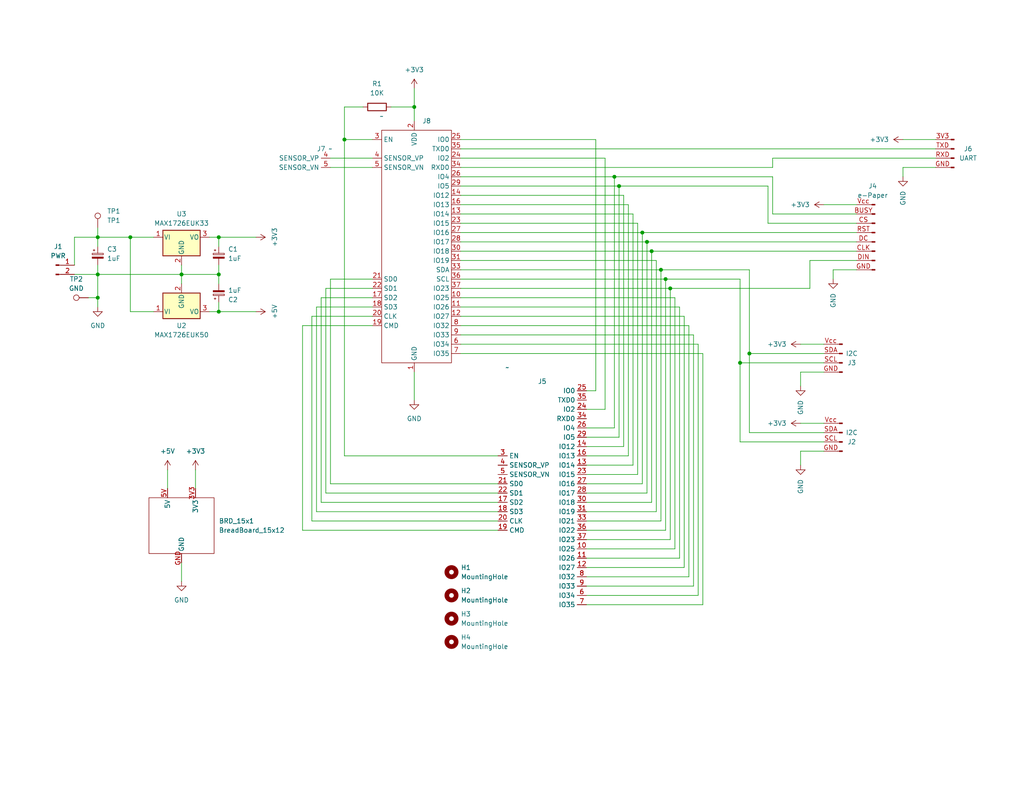
<source format=kicad_sch>
(kicad_sch (version 20230121) (generator eeschema)
  (paper "USLetter")
  (title_block (title "ESP32-WROOM-32D Automation Board") (date "2024-01-15") (company "CEGEP Heritage College") (comment 1 "Alexander Bobkov"))
  (lib_symbols
    (symbol "Alexander_Library_Symbols:Conn_I2C_01x04" (pin_names (offset 1.016) hide)
      (property "Reference" "J" (at 0 5.08 0))
      (property "Value" "I2C" (at 0 -7.62 0))
      (symbol "Conn_I2C_01x04_1_1"
        (polyline (pts (xy 1.27 -5.08) (xy 0.8636 -5.08)) (stroke (width 0.1524)))
        (polyline (pts (xy 1.27 -2.54) (xy 0.8636 -2.54)) (stroke (width 0.1524)))
        (polyline (pts (xy 1.27 0) (xy 0.8636 0)) (stroke (width 0.1524)))
        (polyline (pts (xy 1.27 2.54) (xy 0.8636 2.54)) (stroke (width 0.1524)))
        (rectangle (start 0.8636 -4.953) (end 0 -5.207) (stroke (width 0.1524)) (fill (type outline)))
        (rectangle (start 0.8636 -2.413) (end 0 -2.667) (stroke (width 0.1524)) (fill (type outline)))
        (rectangle (start 0.8636 0.127) (end 0 -0.127) (stroke (width 0.1524)) (fill (type outline)))
        (rectangle (start 0.8636 2.667) (end 0 2.413) (stroke (width 0.1524)) (fill (type outline)))
        (pin power_out line (at 5.08 -5.08 180) (length 3.81) (name "GND") (number "GND"))
        (pin bidirectional line (at 5.08 -2.54 180) (length 3.81) (name "SCL") (number "SCL"))
        (pin bidirectional line (at 5.08 0 180) (length 3.81) (name "SDA") (number "SDA"))
        (pin power_in line (at 5.08 2.54 180) (length 3.81) (name "VCC") (number "Vcc"))
      )
    )
    (symbol "Alexander_Library_Symbols:ESP32-WROOM-32D"
      (property "Reference" "J" (at 0 0 0))
      (symbol "ESP32-WROOM-32D_1_1"
        (pin bidirectional line (at 21.59 -49.53 180) (length 2.54) (name "IO25") (number "10"))
        (pin bidirectional line (at 21.59 -52.07 180) (length 2.54) (name "IO26") (number "11"))
        (pin bidirectional line (at 21.59 -54.61 180) (length 2.54) (name "IO27") (number "12"))
        (pin bidirectional line (at 21.59 -26.67 180) (length 2.54) (name "IO14") (number "13"))
        (pin bidirectional line (at 21.59 -21.59 180) (length 2.54) (name "IO12") (number "14"))
        (pin bidirectional line (at 21.59 -24.13 180) (length 2.54) (name "IO13") (number "16"))
        (pin input line (at -2.54 -36.83 0) (length 2.54) (name "SD2") (number "17"))
        (pin input line (at -2.54 -39.37 0) (length 2.54) (name "SD3") (number "18"))
        (pin input line (at -2.54 -44.45 0) (length 2.54) (name "CMD") (number "19"))
        (pin input line (at -2.54 -41.91 0) (length 2.54) (name "CLK") (number "20"))
        (pin input line (at -2.54 -31.75 0) (length 2.54) (name "SD0") (number "21"))
        (pin input line (at -2.54 -34.29 0) (length 2.54) (name "SD1") (number "22"))
        (pin bidirectional line (at 21.59 -29.21 180) (length 2.54) (name "IO15") (number "23"))
        (pin bidirectional line (at 21.59 -11.43 180) (length 2.54) (name "IO2") (number "24"))
        (pin bidirectional line (at 21.59 -6.35 180) (length 2.54) (name "IO0") (number "25"))
        (pin bidirectional line (at 21.59 -16.51 180) (length 2.54) (name "IO4") (number "26"))
        (pin bidirectional line (at 21.59 -31.75 180) (length 2.54) (name "IO16") (number "27"))
        (pin bidirectional line (at 21.59 -34.29 180) (length 2.54) (name "IO17") (number "28"))
        (pin bidirectional line (at 21.59 -19.05 180) (length 2.54) (name "IO5") (number "29"))
        (pin input line (at -2.54 -24.13 0) (length 2.54) (name "EN") (number "3"))
        (pin bidirectional line (at 21.59 -36.83 180) (length 2.54) (name "IO18") (number "30"))
        (pin bidirectional line (at 21.59 -39.37 180) (length 2.54) (name "IO19") (number "31"))
        (pin bidirectional line (at 21.59 -41.91 180) (length 2.54) (name "IO21") (number "33"))
        (pin input line (at 21.59 -13.97 180) (length 2.54) (name "RXD0") (number "34"))
        (pin output line (at 21.59 -8.89 180) (length 2.54) (name "TXD0") (number "35"))
        (pin bidirectional line (at 21.59 -44.45 180) (length 2.54) (name "IO22") (number "36"))
        (pin bidirectional line (at 21.59 -46.99 180) (length 2.54) (name "IO23") (number "37"))
        (pin input line (at -2.54 -26.67 0) (length 2.54) (name "SENSOR_VP") (number "4"))
        (pin input line (at -2.54 -29.21 0) (length 2.54) (name "SENSOR_VN") (number "5"))
        (pin bidirectional line (at 21.59 -62.23 180) (length 2.54) (name "IO34") (number "6"))
        (pin bidirectional line (at 21.59 -64.77 180) (length 2.54) (name "IO35") (number "7"))
        (pin bidirectional line (at 21.59 -57.15 180) (length 2.54) (name "IO32") (number "8"))
        (pin bidirectional line (at 21.59 -59.69 180) (length 2.54) (name "IO33") (number "9"))
      )
    )
    (symbol "Alexander_Library_Symbols:ESP32-WROOM-32D-SOCKET"
      (property "Reference" "J" (at 0 0 0))
      (symbol "ESP32-WROOM-32D-SOCKET_0_1"
        (rectangle (start 0 -3.81) (end 19.05 -67.31))
      )
      (symbol "ESP32-WROOM-32D-SOCKET_1_1"
        (pin power_out line (at 8.89 -69.85 90) (length 2.54) (name "GND") (number "1"))
        (pin bidirectional line (at 21.59 -49.53 180) (length 2.54) (name "IO25") (number "10"))
        (pin bidirectional line (at 21.59 -52.07 180) (length 2.54) (name "IO26") (number "11"))
        (pin bidirectional line (at 21.59 -54.61 180) (length 2.54) (name "IO27") (number "12"))
        (pin bidirectional line (at 21.59 -26.67 180) (length 2.54) (name "IO14") (number "13"))
        (pin bidirectional line (at 21.59 -21.59 180) (length 2.54) (name "IO12") (number "14"))
        (pin bidirectional line (at 21.59 -24.13 180) (length 2.54) (name "IO13") (number "16"))
        (pin input line (at -2.54 -49.53 0) (length 2.54) (name "SD2") (number "17"))
        (pin input line (at -2.54 -52.07 0) (length 2.54) (name "SD3") (number "18"))
        (pin input line (at -2.54 -57.15 0) (length 2.54) (name "CMD") (number "19"))
        (pin power_in line (at 8.89 -1.27 270) (length 2.54) (name "VDD") (number "2"))
        (pin input line (at -2.54 -54.61 0) (length 2.54) (name "CLK") (number "20"))
        (pin input line (at -2.54 -44.45 0) (length 2.54) (name "SD0") (number "21"))
        (pin input line (at -2.54 -46.99 0) (length 2.54) (name "SD1") (number "22"))
        (pin bidirectional line (at 21.59 -29.21 180) (length 2.54) (name "IO15") (number "23"))
        (pin bidirectional line (at 21.59 -11.43 180) (length 2.54) (name "IO2") (number "24"))
        (pin bidirectional line (at 21.59 -6.35 180) (length 2.54) (name "IO0") (number "25"))
        (pin bidirectional line (at 21.59 -16.51 180) (length 2.54) (name "IO4") (number "26"))
        (pin bidirectional line (at 21.59 -31.75 180) (length 2.54) (name "IO16") (number "27"))
        (pin bidirectional line (at 21.59 -34.29 180) (length 2.54) (name "IO17") (number "28"))
        (pin bidirectional line (at 21.59 -19.05 180) (length 2.54) (name "IO5") (number "29"))
        (pin input line (at -2.54 -6.35 0) (length 2.54) (name "EN") (number "3"))
        (pin bidirectional line (at 21.59 -36.83 180) (length 2.54) (name "IO18") (number "30"))
        (pin bidirectional line (at 21.59 -39.37 180) (length 2.54) (name "IO19") (number "31"))
        (pin bidirectional line (at 21.59 -41.91 180) (length 2.54) (name "SDA") (number "33"))
        (pin input line (at 21.59 -13.97 180) (length 2.54) (name "RXD0") (number "34"))
        (pin output line (at 21.59 -8.89 180) (length 2.54) (name "TXD0") (number "35"))
        (pin bidirectional line (at 21.59 -44.45 180) (length 2.54) (name "SCL") (number "36"))
        (pin bidirectional line (at 21.59 -46.99 180) (length 2.54) (name "IO23") (number "37"))
        (pin input line (at -2.54 -11.43 0) (length 2.54) (name "SENSOR_VP") (number "4"))
        (pin input line (at -2.54 -13.97 0) (length 2.54) (name "SENSOR_VN") (number "5"))
        (pin bidirectional line (at 21.59 -62.23 180) (length 2.54) (name "IO34") (number "6"))
        (pin bidirectional line (at 21.59 -64.77 180) (length 2.54) (name "IO35") (number "7"))
        (pin bidirectional line (at 21.59 -57.15 180) (length 2.54) (name "IO32") (number "8"))
        (pin bidirectional line (at 21.59 -59.69 180) (length 2.54) (name "IO33") (number "9"))
      )
    )
    (symbol "Alexander_Library_Symbols:ESP32_PADS_VN-VP"
      (property "Reference" "J" (at 0 0 0))
      (symbol "ESP32_PADS_VN-VP_1_1"
        (pin bidirectional line (at 0 -2.54 180) (length 2.54) (name "SENSOR_VP") (number "4"))
        (pin bidirectional line (at 0 -5.08 180) (length 2.54) (name "SENSOR_VN") (number "5"))
      )
    )
    (symbol "Conn_UART_1" (pin_names (offset 1.016) hide)
      (property "Reference" "J" (at 1.27 3.81 0))
      (property "Value" "UART" (at 2.54 -10.16 0))
      (symbol "Conn_UART_1_1_1"
        (polyline (pts (xy 1.27 -7.62) (xy 0.8636 -7.62)) (stroke (width 0.1524)))
        (polyline (pts (xy 1.27 -5.08) (xy 0.8636 -5.08)) (stroke (width 0.1524)))
        (polyline (pts (xy 1.27 -2.54) (xy 0.8636 -2.54)) (stroke (width 0.1524)))
        (polyline (pts (xy 1.27 0) (xy 0.8636 0)) (stroke (width 0.1524)))
        (rectangle (start 0.8636 -7.493) (end 0 -7.747) (stroke (width 0.1524)) (fill (type outline)))
        (rectangle (start 0.8636 -4.953) (end 0 -5.207) (stroke (width 0.1524)) (fill (type outline)))
        (rectangle (start 0.8636 -2.413) (end 0 -2.667) (stroke (width 0.1524)) (fill (type outline)))
        (rectangle (start 0.8636 0.127) (end 0 -0.127) (stroke (width 0.1524)) (fill (type outline)))
        (pin power_in line (at 5.08 0 180) (length 3.81) (name "3V3") (number "3V3"))
        (pin power_out line (at 5.08 -7.62 180) (length 3.81) (name "GND") (number "GND"))
        (pin input line (at 5.08 -5.08 180) (length 3.81) (name "RXD") (number "RXD"))
        (pin output line (at 5.08 -2.54 180) (length 3.81) (name "TXD") (number "TXD"))
      )
    )
    (symbol "Conn_ePaper_01x08_1" (pin_names (offset 1.016) hide)
      (property "Reference" "J" (at 0 10.16 0))
      (property "Value" "e-Paper" (at 3.81 -12.7 0))
      (symbol "Conn_ePaper_01x08_1_1_1"
        (polyline (pts (xy 1.27 -10.16) (xy 0.8636 -10.16)) (stroke (width 0.1524)))
        (polyline (pts (xy 1.27 -7.62) (xy 0.8636 -7.62)) (stroke (width 0.1524)))
        (polyline (pts (xy 1.27 -5.08) (xy 0.8636 -5.08)) (stroke (width 0.1524)))
        (polyline (pts (xy 1.27 -2.54) (xy 0.8636 -2.54)) (stroke (width 0.1524)))
        (polyline (pts (xy 1.27 0) (xy 0.8636 0)) (stroke (width 0.1524)))
        (polyline (pts (xy 1.27 2.54) (xy 0.8636 2.54)) (stroke (width 0.1524)))
        (polyline (pts (xy 1.27 5.08) (xy 0.8636 5.08)) (stroke (width 0.1524)))
        (polyline (pts (xy 1.27 7.62) (xy 0.8636 7.62)) (stroke (width 0.1524)))
        (rectangle (start 0.8636 -10.033) (end 0 -10.287) (stroke (width 0.1524)) (fill (type outline)))
        (rectangle (start 0.8636 -7.493) (end 0 -7.747) (stroke (width 0.1524)) (fill (type outline)))
        (rectangle (start 0.8636 -4.953) (end 0 -5.207) (stroke (width 0.1524)) (fill (type outline)))
        (rectangle (start 0.8636 -2.413) (end 0 -2.667) (stroke (width 0.1524)) (fill (type outline)))
        (rectangle (start 0.8636 0.127) (end 0 -0.127) (stroke (width 0.1524)) (fill (type outline)))
        (rectangle (start 0.8636 2.667) (end 0 2.413) (stroke (width 0.1524)) (fill (type outline)))
        (rectangle (start 0.8636 5.207) (end 0 4.953) (stroke (width 0.1524)) (fill (type outline)))
        (rectangle (start 0.8636 7.747) (end 0 7.493) (stroke (width 0.1524)) (fill (type outline)))
        (pin bidirectional line (at 5.08 5.08 180) (length 3.81) (name "BUSY") (number "BUSY"))
        (pin input line (at 5.08 -5.08 180) (length 3.81) (name "CLK") (number "CLK"))
        (pin input line (at 5.08 2.54 180) (length 3.81) (name "CS") (number "CS"))
        (pin bidirectional line (at 5.08 -2.54 180) (length 3.81) (name "DC") (number "DC"))
        (pin bidirectional line (at 5.08 -7.62 180) (length 3.81) (name "DIN") (number "DIN"))
        (pin power_out line (at 5.08 -10.16 180) (length 3.81) (name "GND") (number "GND"))
        (pin input line (at 5.08 0 180) (length 3.81) (name "RST") (number "RST"))
        (pin power_in line (at 5.08 7.62 180) (length 3.81) (name "Vcc") (number "Vcc"))
      )
    )
    (symbol "Connector:BreadBoard_15x12"
      (property "Reference" "BRD_15x2" (at -19.05 -15.24 0))
      (property "Value" "BreadBoard_15x12" (at 6.35 13.97 0))
      (symbol "BreadBoard_15x12_0_1"
        (rectangle (start -27.94 -7.62) (end -10.16 -22.86))
      )
      (symbol "BreadBoard_15x12_1_1"
        (pin power_in line (at -15.24 -5.08 270) (length 2.54) (name "3V3") (number "3V3"))
        (pin power_in line (at -22.86 -5.08 270) (length 2.54) (name "5V") (number "5V"))
        (pin power_out line (at -19.05 -25.4 90) (length 2.54) (name "GND") (number "GND"))
      )
    )
    (symbol "Connector:Conn_01x02_Pin" (pin_names (offset 1.016) hide)
      (property "Reference" "J" (at 0 2.54 0))
      (property "Value" "Conn_01x02_Pin" (at 0 -5.08 0))
      (symbol "Conn_01x02_Pin_1_1"
        (polyline (pts (xy 1.27 -2.54) (xy 0.8636 -2.54)) (stroke (width 0.1524)))
        (polyline (pts (xy 1.27 0) (xy 0.8636 0)) (stroke (width 0.1524)))
        (rectangle (start 0.8636 -2.413) (end 0 -2.667) (stroke (width 0.1524)) (fill (type outline)))
        (rectangle (start 0.8636 0.127) (end 0 -0.127) (stroke (width 0.1524)) (fill (type outline)))
        (pin passive line (at 5.08 0 180) (length 3.81) (name "Pin_1") (number "1"))
        (pin passive line (at 5.08 -2.54 180) (length 3.81) (name "Pin_2") (number "2"))
      )
    )
    (symbol "Connector:TestPoint" (pin_numbers hide) (pin_names (offset 0.762) hide)
      (property "Reference" "TP" (at 0 6.858 0))
      (property "Value" "TestPoint" (at 0 5.08 0))
      (symbol "TestPoint_0_1"
        (circle (center 0 3.302) (radius 0.762))
      )
      (symbol "TestPoint_1_1"
        (pin passive line (at 0 0 90) (length 2.54) (name "1") (number "1"))
      )
    )
    (symbol "Device:C_Polarized_Small" (pin_numbers hide) (pin_names (offset 0.254) hide)
      (property "Reference" "C" (at 0.254 1.778 0))
      (property "Value" "C_Polarized_Small" (at 0.254 -2.032 0))
      (symbol "C_Polarized_Small_0_1"
        (rectangle (start -1.524 -0.3048) (end 1.524 -0.6858) (fill (type outline)))
        (rectangle (start -1.524 0.6858) (end 1.524 0.3048))
        (polyline (pts (xy -1.27 1.524) (xy -0.762 1.524)))
        (polyline (pts (xy -1.016 1.27) (xy -1.016 1.778)))
      )
      (symbol "C_Polarized_Small_1_1"
        (pin passive line (at 0 2.54 270) (length 1.8542) (name "~") (number "1"))
        (pin passive line (at 0 -2.54 90) (length 1.8542) (name "~") (number "2"))
      )
    )
    (symbol "Device:R" (pin_numbers hide) (pin_names (offset 0))
      (property "Reference" "R" (at 2.032 0 90))
      (property "Value" "R" (at 0 0 90))
      (symbol "R_0_1"
        (rectangle (start -1.016 -2.54) (end 1.016 2.54) (stroke (width 0.254)))
      )
      (symbol "R_1_1"
        (pin passive line (at 0 3.81 270) (length 1.27) (name "~") (number "1"))
        (pin passive line (at 0 -3.81 90) (length 1.27) (name "~") (number "2"))
      )
    )
    (symbol "Mechanical:MountingHole" (pin_names (offset 1.016))
      (property "Reference" "H" (at 0 5.08 0))
      (property "Value" "MountingHole" (at 0 3.175 0))
      (symbol "MountingHole_0_1"
        (circle (center 0 0) (radius 1.27) (stroke (width 1.27)))
      )
    )
    (symbol "Regulator_Linear:LM78M05_TO220" (pin_names (offset 0.254))
      (property "Reference" "U" (at -3.81 3.175 0))
      (property "Value" "LM78M05_TO220" (at 0 3.175 0))
      (symbol "LM78M05_TO220_0_1"
        (rectangle (start -5.08 1.905) (end 5.08 -5.08) (stroke (width 0.254)) (fill (type background)))
      )
      (symbol "LM78M05_TO220_1_1"
        (pin power_in line (at -7.62 0 0) (length 2.54) (name "VI") (number "1"))
        (pin power_in line (at 0 -7.62 90) (length 2.54) (name "GND") (number "2"))
        (pin power_out line (at 7.62 0 180) (length 2.54) (name "VO") (number "3"))
      )
    )
    (symbol "power:+3V3" (power) (pin_names (offset 0))
      (property "Value" "+3V3" (at 0 3.556 0))
      (symbol "+3V3_0_1"
        (polyline (pts (xy -0.762 1.27) (xy 0 2.54)))
        (polyline (pts (xy 0 0) (xy 0 2.54)))
        (polyline (pts (xy 0 2.54) (xy 0.762 1.27)))
      )
      (symbol "+3V3_1_1"
        (pin power_in line (at 0 0 90) (length 0) hide (name "+3V3") (number "1"))
      )
    )
    (symbol "power:+5V" (power) (pin_names (offset 0))
      (property "Value" "+5V" (at 0 3.556 0))
      (symbol "+5V_0_1"
        (polyline (pts (xy -0.762 1.27) (xy 0 2.54)))
        (polyline (pts (xy 0 0) (xy 0 2.54)))
        (polyline (pts (xy 0 2.54) (xy 0.762 1.27)))
      )
      (symbol "+5V_1_1"
        (pin power_in line (at 0 0 90) (length 0) hide (name "+5V") (number "1"))
      )
    )
    (symbol "power:GND" (power) (pin_names (offset 0))
      (property "Value" "GND" (at 0 -3.81 0))
      (symbol "GND_0_1"
        (polyline (pts (xy 0 0) (xy 0 -1.27) (xy 1.27 -1.27) (xy 0 -2.54) (xy -1.27 -1.27) (xy 0 -1.27)))
      )
      (symbol "GND_1_1"
        (pin power_in line (at 0 0 270) (length 0) hide (name "GND") (number "1"))
      )
    )
  )
  (junction (at 113.03 29.21))
  (junction (at 168.91 50.8))
  (junction (at 177.8 68.58))
  (junction (at 35.56 64.77))
  (junction (at 182.88 78.74))
  (junction (at 59.69 74.93))
  (junction (at 93.98 38.1))
  (junction (at 204.47 96.52))
  (junction (at 167.64 48.26))
  (junction (at 26.67 81.28))
  (junction (at 26.67 74.93))
  (junction (at 201.93 99.06))
  (junction (at 175.26 63.5))
  (junction (at 180.34 73.66))
  (junction (at 59.69 64.77))
  (junction (at 59.69 85.09))
  (junction (at 176.53 66.04))
  (junction (at 181.61 76.2))
  (junction (at 26.67 64.77))
  (junction (at 49.53 74.93))
  (wire (pts (xy 57.15 85.09) (xy 59.69 85.09)))
  (wire (pts (xy 59.69 67.31) (xy 59.69 64.77)))
  (wire (pts (xy 227.33 73.66) (xy 227.33 76.2)))
  (wire (pts (xy 135.89 132.08) (xy 90.17 132.08)))
  (wire (pts (xy 125.73 55.88) (xy 171.45 55.88)))
  (wire (pts (xy 209.55 50.8) (xy 209.55 60.96)))
  (wire (pts (xy 90.17 132.08) (xy 90.17 76.2)))
  (wire (pts (xy 113.03 101.6) (xy 113.03 109.22)))
  (wire (pts (xy 59.69 74.93) (xy 59.69 77.47)))
  (wire (pts (xy 26.67 64.77) (xy 26.67 67.31)))
  (wire (pts (xy 35.56 64.77) (xy 35.56 85.09)))
  (wire (pts (xy 160.02 106.68) (xy 162.56 106.68)))
  (wire (pts (xy 209.55 60.96) (xy 233.68 60.96)))
  (wire (pts (xy 176.53 66.04) (xy 233.68 66.04)))
  (wire (pts (xy 87.63 137.16) (xy 87.63 81.28)))
  (wire (pts (xy 160.02 139.7) (xy 179.07 139.7)))
  (wire (pts (xy 86.36 139.7) (xy 86.36 83.82)))
  (wire (pts (xy 82.55 144.78) (xy 82.55 88.9)))
  (wire (pts (xy 160.02 111.76) (xy 165.1 111.76)))
  (wire (pts (xy 246.38 45.72) (xy 246.38 48.26)))
  (wire (pts (xy 184.15 149.86) (xy 184.15 81.28)))
  (wire (pts (xy 125.73 45.72) (xy 210.82 45.72)))
  (wire (pts (xy 125.73 93.98) (xy 190.5 93.98)))
  (wire (pts (xy 160.02 124.46) (xy 171.45 124.46)))
  (wire (pts (xy 182.88 78.74) (xy 220.98 78.74)))
  (wire (pts (xy 49.53 74.93) (xy 59.69 74.93)))
  (wire (pts (xy 106.68 29.21) (xy 113.03 29.21)))
  (wire (pts (xy 49.53 77.47) (xy 49.53 74.93)))
  (wire (pts (xy 160.02 132.08) (xy 175.26 132.08)))
  (wire (pts (xy 59.69 72.39) (xy 59.69 74.93)))
  (wire (pts (xy 20.32 64.77) (xy 20.32 72.39)))
  (wire (pts (xy 125.73 68.58) (xy 177.8 68.58)))
  (wire (pts (xy 170.18 121.92) (xy 170.18 53.34)))
  (wire (pts (xy 189.23 160.02) (xy 189.23 91.44)))
  (wire (pts (xy 201.93 99.06) (xy 224.79 99.06)))
  (wire (pts (xy 125.73 91.44) (xy 189.23 91.44)))
  (wire (pts (xy 160.02 116.84) (xy 167.64 116.84)))
  (wire (pts (xy 167.64 116.84) (xy 167.64 48.26)))
  (wire (pts (xy 180.34 73.66) (xy 204.47 73.66)))
  (wire (pts (xy 93.98 29.21) (xy 93.98 38.1)))
  (wire (pts (xy 135.89 142.24) (xy 85.09 142.24)))
  (wire (pts (xy 177.8 68.58) (xy 233.68 68.58)))
  (wire (pts (xy 191.77 165.1) (xy 191.77 96.52)))
  (wire (pts (xy 160.02 121.92) (xy 170.18 121.92)))
  (wire (pts (xy 201.93 76.2) (xy 201.93 99.06)))
  (wire (pts (xy 160.02 157.48) (xy 187.96 157.48)))
  (wire (pts (xy 255.27 43.18) (xy 210.82 43.18)))
  (wire (pts (xy 224.79 123.19) (xy 218.44 123.19)))
  (wire (pts (xy 168.91 119.38) (xy 168.91 50.8)))
  (wire (pts (xy 171.45 124.46) (xy 171.45 55.88)))
  (wire (pts (xy 125.73 88.9) (xy 187.96 88.9)))
  (wire (pts (xy 85.09 142.24) (xy 85.09 86.36)))
  (wire (pts (xy 160.02 119.38) (xy 168.91 119.38)))
  (wire (pts (xy 20.32 74.93) (xy 26.67 74.93)))
  (wire (pts (xy 210.82 45.72) (xy 210.82 43.18)))
  (wire (pts (xy 233.68 58.42) (xy 210.82 58.42)))
  (wire (pts (xy 160.02 147.32) (xy 182.88 147.32)))
  (wire (pts (xy 181.61 76.2) (xy 201.93 76.2)))
  (wire (pts (xy 125.73 63.5) (xy 175.26 63.5)))
  (wire (pts (xy 168.91 50.8) (xy 209.55 50.8)))
  (wire (pts (xy 224.79 118.11) (xy 204.47 118.11)))
  (wire (pts (xy 255.27 45.72) (xy 246.38 45.72)))
  (wire (pts (xy 160.02 137.16) (xy 177.8 137.16)))
  (wire (pts (xy 162.56 106.68) (xy 162.56 38.1)))
  (wire (pts (xy 224.79 120.65) (xy 201.93 120.65)))
  (wire (pts (xy 125.73 38.1) (xy 162.56 38.1)))
  (wire (pts (xy 45.72 128.27) (xy 45.72 133.35)))
  (wire (pts (xy 35.56 64.77) (xy 41.91 64.77)))
  (wire (pts (xy 190.5 162.56) (xy 190.5 93.98)))
  (wire (pts (xy 160.02 129.54) (xy 173.99 129.54)))
  (wire (pts (xy 201.93 120.65) (xy 201.93 99.06)))
  (wire (pts (xy 125.73 76.2) (xy 181.61 76.2)))
  (wire (pts (xy 49.53 153.67) (xy 49.53 158.75)))
  (wire (pts (xy 176.53 134.62) (xy 176.53 66.04)))
  (wire (pts (xy 125.73 48.26) (xy 167.64 48.26)))
  (wire (pts (xy 41.91 85.09) (xy 35.56 85.09)))
  (wire (pts (xy 224.79 55.88) (xy 233.68 55.88)))
  (wire (pts (xy 93.98 38.1) (xy 93.98 124.46)))
  (wire (pts (xy 135.89 134.62) (xy 88.9 134.62)))
  (wire (pts (xy 160.02 160.02) (xy 189.23 160.02)))
  (wire (pts (xy 177.8 137.16) (xy 177.8 68.58)))
  (wire (pts (xy 172.72 58.42) (xy 172.72 127)))
  (wire (pts (xy 85.09 86.36) (xy 101.6 86.36)))
  (wire (pts (xy 160.02 165.1) (xy 191.77 165.1)))
  (wire (pts (xy 125.73 96.52) (xy 191.77 96.52)))
  (wire (pts (xy 26.67 64.77) (xy 35.56 64.77)))
  (wire (pts (xy 125.73 83.82) (xy 185.42 83.82)))
  (wire (pts (xy 90.17 76.2) (xy 101.6 76.2)))
  (wire (pts (xy 26.67 62.23) (xy 26.67 64.77)))
  (wire (pts (xy 125.73 73.66) (xy 180.34 73.66)))
  (wire (pts (xy 125.73 86.36) (xy 186.69 86.36)))
  (wire (pts (xy 233.68 71.12) (xy 220.98 71.12)))
  (wire (pts (xy 125.73 43.18) (xy 165.1 43.18)))
  (wire (pts (xy 179.07 139.7) (xy 179.07 71.12)))
  (wire (pts (xy 82.55 88.9) (xy 101.6 88.9)))
  (wire (pts (xy 24.13 81.28) (xy 26.67 81.28)))
  (wire (pts (xy 218.44 123.19) (xy 218.44 127)))
  (wire (pts (xy 173.99 129.54) (xy 173.99 60.96)))
  (wire (pts (xy 246.38 38.1) (xy 255.27 38.1)))
  (wire (pts (xy 227.33 73.66) (xy 233.68 73.66)))
  (wire (pts (xy 26.67 72.39) (xy 26.67 74.93)))
  (wire (pts (xy 88.9 134.62) (xy 88.9 78.74)))
  (wire (pts (xy 220.98 78.74) (xy 220.98 71.12)))
  (wire (pts (xy 57.15 64.77) (xy 59.69 64.77)))
  (wire (pts (xy 93.98 29.21) (xy 99.06 29.21)))
  (wire (pts (xy 113.03 24.13) (xy 113.03 29.21)))
  (wire (pts (xy 204.47 96.52) (xy 224.79 96.52)))
  (wire (pts (xy 210.82 58.42) (xy 210.82 48.26)))
  (wire (pts (xy 160.02 152.4) (xy 185.42 152.4)))
  (wire (pts (xy 125.73 53.34) (xy 170.18 53.34)))
  (wire (pts (xy 160.02 144.78) (xy 181.61 144.78)))
  (wire (pts (xy 135.89 144.78) (xy 82.55 144.78)))
  (wire (pts (xy 59.69 85.09) (xy 69.85 85.09)))
  (wire (pts (xy 87.63 81.28) (xy 101.6 81.28)))
  (wire (pts (xy 125.73 81.28) (xy 184.15 81.28)))
  (wire (pts (xy 160.02 149.86) (xy 184.15 149.86)))
  (wire (pts (xy 175.26 63.5) (xy 233.68 63.5)))
  (wire (pts (xy 90.17 45.72) (xy 101.6 45.72)))
  (wire (pts (xy 218.44 101.6) (xy 218.44 105.41)))
  (wire (pts (xy 135.89 124.46) (xy 93.98 124.46)))
  (wire (pts (xy 125.73 66.04) (xy 176.53 66.04)))
  (wire (pts (xy 204.47 73.66) (xy 204.47 96.52)))
  (wire (pts (xy 167.64 48.26) (xy 210.82 48.26)))
  (wire (pts (xy 160.02 134.62) (xy 176.53 134.62)))
  (wire (pts (xy 125.73 58.42) (xy 172.72 58.42)))
  (wire (pts (xy 26.67 81.28) (xy 26.67 83.82)))
  (wire (pts (xy 20.32 64.77) (xy 26.67 64.77)))
  (wire (pts (xy 59.69 82.55) (xy 59.69 85.09)))
  (wire (pts (xy 186.69 154.94) (xy 186.69 86.36)))
  (wire (pts (xy 59.69 64.77) (xy 69.85 64.77)))
  (wire (pts (xy 125.73 78.74) (xy 182.88 78.74)))
  (wire (pts (xy 224.79 101.6) (xy 218.44 101.6)))
  (wire (pts (xy 125.73 60.96) (xy 173.99 60.96)))
  (wire (pts (xy 160.02 154.94) (xy 186.69 154.94)))
  (wire (pts (xy 204.47 118.11) (xy 204.47 96.52)))
  (wire (pts (xy 88.9 78.74) (xy 101.6 78.74)))
  (wire (pts (xy 90.17 43.18) (xy 101.6 43.18)))
  (wire (pts (xy 125.73 71.12) (xy 179.07 71.12)))
  (wire (pts (xy 125.73 40.64) (xy 255.27 40.64)))
  (wire (pts (xy 182.88 147.32) (xy 182.88 78.74)))
  (wire (pts (xy 160.02 127) (xy 172.72 127)))
  (wire (pts (xy 113.03 29.21) (xy 113.03 33.02)))
  (wire (pts (xy 160.02 162.56) (xy 190.5 162.56)))
  (wire (pts (xy 49.53 72.39) (xy 49.53 74.93)))
  (wire (pts (xy 125.73 50.8) (xy 168.91 50.8)))
  (wire (pts (xy 218.44 115.57) (xy 224.79 115.57)))
  (wire (pts (xy 26.67 74.93) (xy 26.67 81.28)))
  (wire (pts (xy 180.34 142.24) (xy 180.34 73.66)))
  (wire (pts (xy 26.67 74.93) (xy 49.53 74.93)))
  (wire (pts (xy 185.42 152.4) (xy 185.42 83.82)))
  (wire (pts (xy 165.1 111.76) (xy 165.1 43.18)))
  (wire (pts (xy 86.36 83.82) (xy 101.6 83.82)))
  (wire (pts (xy 187.96 157.48) (xy 187.96 88.9)))
  (wire (pts (xy 175.26 132.08) (xy 175.26 63.5)))
  (wire (pts (xy 160.02 142.24) (xy 180.34 142.24)))
  (wire (pts (xy 181.61 144.78) (xy 181.61 76.2)))
  (wire (pts (xy 135.89 137.16) (xy 87.63 137.16)))
  (wire (pts (xy 53.34 128.27) (xy 53.34 133.35)))
  (wire (pts (xy 135.89 139.7) (xy 86.36 139.7)))
  (wire (pts (xy 93.98 38.1) (xy 101.6 38.1)))
  (wire (pts (xy 218.44 93.98) (xy 224.79 93.98)))
  (symbol (lib_id "Connector:TestPoint") (at 26.67 62.23 0) (unit 1)
    (property "Reference" "TP1" (at 29.21 57.658 0) (effects (justify left)))
    (property "Value" "TP1" (at 29.21 60.198 0) (effects (justify left)))
    (property "Footprint" "Alexander Footprints Library:TestPoint_D2.5mm" (effects hide))
  )
  (symbol (lib_id "Mechanical:MountingHole") (at 123.19 156.21 0) (unit 1)
    (property "Reference" "H1" (at 125.73 154.94 0) (effects (justify left)))
    (property "Value" "MountingHole" (at 125.73 157.48 0) (effects (justify left)))
    (property "Footprint" "MountingHole:MountingHole_3mm_Pad_TopBottom" (effects hide))
  )
  (symbol (lib_id "Device:C_Polarized_Small") (at 26.67 69.85 0) (unit 1)
    (property "Reference" "C3" (at 29.21 68.0339 0) (effects (justify left)))
    (property "Value" "1uF" (at 29.21 70.5739 0) (effects (justify left)))
    (property "Footprint" "Capacitor_THT:CP_Radial_D4.0mm_P2.00mm" (effects hide))
  )
  (symbol (lib_id "power:GND") (at 26.67 83.82 0) (unit 1)
    (property "Reference" "#PWR03" (effects hide))
    (property "Value" "GND" (at 26.67 88.9 0))
  )
  (symbol (lib_name "Conn_UART_1") (lib_id "Alexander_Library_Symbols:Conn_UART") (at 260.35 38.1 0) (mirror y) (unit 1)
    (property "Reference" "J6" (at 264.16 40.64 0))
    (property "Value" "UART" (at 264.16 43.18 0))
    (property "Footprint" "Alexander Footprints Library:Conn_UART" (effects hide))
  )
  (symbol (lib_id "power:+3V3") (at 218.44 93.98 90) (unit 1)
    (property "Reference" "#PWR09" (effects hide))
    (property "Value" "+3V3" (at 214.63 93.98 90) (effects (justify left)))
  )
  (symbol (lib_id "power:+3V3") (at 69.85 64.77 270) (unit 1)
    (property "Reference" "#PWR04" (effects hide))
    (property "Value" "+3V3" (at 74.93 64.77 0))
  )
  (symbol (lib_id "power:GND") (at 227.33 76.2 0) (unit 1)
    (property "Reference" "#PWR012" (effects hide))
    (property "Value" "GND" (at 227.33 80.01 90) (effects (justify right)))
  )
  (symbol (lib_id "Device:R") (at 102.87 29.21 270) (unit 1)
    (property "Reference" "R1" (at 102.87 22.86 90))
    (property "Value" "10K" (at 102.87 25.4 90))
    (property "Footprint" "Alexander Footprints Library:STA_RMCF1206_STP-L" (effects hide))
  )
  (symbol (lib_id "power:+3V3") (at 246.38 38.1 90) (unit 1)
    (property "Reference" "#PWR017" (effects hide))
    (property "Value" "+3V3" (at 242.57 38.1 90) (effects (justify left)))
  )
  (symbol (lib_name "Conn_ePaper_01x08_1") (lib_id "Alexander_Library_Symbols:Conn_ePaper_01x08") (at 238.76 63.5 0) (mirror y) (unit 1)
    (property "Reference" "J4" (at 238.125 50.8 0))
    (property "Value" "e-Paper" (at 238.125 53.34 0))
    (property "Footprint" "Alexander Footprints Library:Conn_ePaper" (effects hide))
  )
  (symbol (lib_id "power:GND") (at 246.38 48.26 0) (unit 1)
    (property "Reference" "#PWR015" (effects hide))
    (property "Value" "GND" (at 246.38 52.07 90) (effects (justify right)))
  )
  (symbol (lib_id "Device:C_Polarized_Small") (at 59.69 69.85 0) (unit 1)
    (property "Reference" "C1" (at 62.23 68.0339 0) (effects (justify left)))
    (property "Value" "1uF" (at 62.23 70.5739 0) (effects (justify left)))
    (property "Footprint" "Capacitor_THT:CP_Radial_D4.0mm_P2.00mm" (effects hide))
  )
  (symbol (lib_id "power:+3V3") (at 113.03 24.13 0) (unit 1)
    (property "Reference" "#PWR01" (effects hide))
    (property "Value" "+3V3" (at 113.03 19.05 0))
  )
  (symbol (lib_id "power:GND") (at 218.44 127 0) (unit 1)
    (property "Reference" "#PWR014" (effects hide))
    (property "Value" "GND" (at 218.44 130.81 90) (effects (justify right)))
  )
  (symbol (lib_id "Connector:BreadBoard_15x12") (at 68.58 128.27 0) (unit 1)
    (property "Reference" "BRD_15x1" (at 59.69 142.24 0) (effects (justify left)))
    (property "Value" "BreadBoard_15x12" (at 59.69 144.78 0) (effects (justify left)))
    (property "Footprint" "Alexander Footprints Library:BreadBoard_15x12" (effects hide))
  )
  (symbol (lib_id "Connector:TestPoint") (at 24.13 81.28 90) (unit 1)
    (property "Reference" "TP2" (at 20.828 76.2 90))
    (property "Value" "GND" (at 20.828 78.74 90))
    (property "Footprint" "Alexander Footprints Library:TestPoint_D2.5mm" (effects hide))
  )
  (symbol (lib_id "power:+5V") (at 45.72 128.27 0) (unit 1)
    (property "Reference" "#PWR08" (effects hide))
    (property "Value" "+5V" (at 45.72 123.19 0))
  )
  (symbol (lib_id "power:GND") (at 218.44 105.41 0) (unit 1)
    (property "Reference" "#PWR010" (effects hide))
    (property "Value" "GND" (at 218.44 109.22 90) (effects (justify right)))
  )
  (symbol (lib_id "power:GND") (at 113.03 109.22 0) (unit 1)
    (property "Reference" "#PWR02" (effects hide))
    (property "Value" "GND" (at 113.03 114.3 0))
  )
  (symbol (lib_id "power:+3V3") (at 218.44 115.57 90) (unit 1)
    (property "Reference" "#PWR013" (effects hide))
    (property "Value" "+3V3" (at 214.63 115.57 90) (effects (justify left)))
  )
  (symbol (lib_id "Regulator_Linear:LM78M05_TO220") (at 49.53 64.77 0) (unit 1)
    (property "Reference" "U3" (at 49.53 58.42 0))
    (property "Value" "MAX1726EUK33" (at 49.53 60.96 0))
    (property "Footprint" "Package_TO_SOT_SMD:SOT-223-3_TabPin2" (effects hide))
    (property "Datasheet" "https://www.onsemi.com/pub/Collateral/MC78M00-D.PDF" (effects hide))
  )
  (symbol (lib_id "Mechanical:MountingHole") (at 123.19 162.56 0) (unit 1)
    (property "Reference" "H2" (at 125.73 161.29 0) (effects (justify left)))
    (property "Value" "MountingHole" (at 125.73 163.83 0) (effects (justify left)))
    (property "Footprint" "MountingHole:MountingHole_3mm_Pad_TopBottom" (effects hide))
  )
  (symbol (lib_id "Alexander_Library_Symbols:ESP32-WROOM-32D-SOCKET") (at 104.14 31.75 0) (unit 1)
    (property "Reference" "J8" (at 115.2241 33.02 0) (effects (justify left)))
    (property "Value" "~" (at 104.14 31.75 0))
    (property "Footprint" "Alexander Footprints Library:ESP32-WROOM-Adapter-Socket" (effects hide))
  )
  (symbol (lib_id "Mechanical:MountingHole") (at 123.19 168.91 0) (unit 1)
    (property "Reference" "H3" (at 125.73 167.64 0) (effects (justify left)))
    (property "Value" "MountingHole" (at 125.73 170.18 0) (effects (justify left)))
    (property "Footprint" "MountingHole:MountingHole_3mm_Pad_TopBottom" (effects hide))
  )
  (symbol (lib_id "Alexander_Library_Symbols:ESP32_PADS_VN-VP") (at 90.17 40.64 0) (unit 1)
    (property "Reference" "J7" (at 87.63 40.64 0))
    (property "Value" "~" (at 90.17 40.64 0))
    (property "Footprint" "Alexander Footprints Library:ESP32_PADS_VN-VP" (effects hide))
  )
  (symbol (lib_id "Connector:Conn_01x02_Pin") (at 15.24 72.39 0) (unit 1)
    (property "Reference" "J1" (at 15.875 67.31 0))
    (property "Value" "PWR" (at 15.875 69.85 0))
    (property "Footprint" "Connector_PinHeader_2.54mm:PinHeader_1x02_P2.54mm_Vertical" (effects hide))
  )
  (symbol (lib_id "power:+5V") (at 69.85 85.09 270) (unit 1)
    (property "Reference" "#PWR05" (effects hide))
    (property "Value" "+5V" (at 74.93 85.09 0))
  )
  (symbol (lib_id "Mechanical:MountingHole") (at 123.19 175.26 0) (unit 1)
    (property "Reference" "H4" (at 125.73 173.99 0) (effects (justify left)))
    (property "Value" "MountingHole" (at 125.73 176.53 0) (effects (justify left)))
    (property "Footprint" "MountingHole:MountingHole_3mm_Pad_TopBottom" (effects hide))
  )
  (symbol (lib_id "power:GND") (at 49.53 158.75 0) (unit 1)
    (property "Reference" "#PWR06" (effects hide))
    (property "Value" "GND" (at 49.53 163.83 0))
  )
  (symbol (lib_id "power:+3V3") (at 53.34 128.27 0) (unit 1)
    (property "Reference" "#PWR07" (effects hide))
    (property "Value" "+3V3" (at 53.34 123.19 0))
  )
  (symbol (lib_id "power:+3V3") (at 224.79 55.88 90) (unit 1)
    (property "Reference" "#PWR011" (effects hide))
    (property "Value" "+3V3" (at 220.98 55.88 90) (effects (justify left)))
  )
  (symbol (lib_id "Alexander_Library_Symbols:ESP32-WROOM-32D") (at 138.43 100.33 0) (unit 1)
    (property "Reference" "J5" (at 147.955 104.14 0))
    (property "Value" "~" (at 138.43 100.33 0))
    (property "Footprint" "Alexander Footprints Library:ESP32-WROOM-32D-Interface_2" (effects hide))
  )
  (symbol (lib_id "Regulator_Linear:LM78M05_TO220") (at 49.53 85.09 0) (mirror x) (unit 1)
    (property "Reference" "U2" (at 49.53 88.9 0))
    (property "Value" "MAX1726EUK50" (at 49.53 91.44 0))
    (property "Footprint" "Package_TO_SOT_SMD:SOT-223-3_TabPin2" (effects hide))
    (property "Datasheet" "https://www.onsemi.com/pub/Collateral/MC78M00-D.PDF" (effects hide))
  )
  (symbol (lib_id "Alexander_Library_Symbols:Conn_I2C_01x04") (at 229.87 118.11 0) (mirror y) (unit 1)
    (property "Reference" "J2" (at 232.41 120.65 0))
    (property "Value" "I2C" (at 232.41 118.11 0))
    (property "Footprint" "Alexander Footprints Library:Conn_I2C_3" (effects hide))
  )
  (symbol (lib_id "Device:C_Polarized_Small") (at 59.69 80.01 0) (mirror x) (unit 1)
    (property "Reference" "C2" (at 62.23 81.8261 0) (effects (justify left)))
    (property "Value" "1uF" (at 62.23 79.2861 0) (effects (justify left)))
    (property "Footprint" "Capacitor_THT:CP_Radial_D4.0mm_P2.00mm" (effects hide))
  )
  (symbol (lib_id "Alexander_Library_Symbols:Conn_I2C_01x04") (at 229.87 96.52 0) (mirror y) (unit 1)
    (property "Reference" "J3" (at 232.41 99.06 0))
    (property "Value" "I2C" (at 232.41 96.52 0))
    (property "Footprint" "Alexander Footprints Library:Conn_I2C_3" (effects hide))
  )
)
</source>
